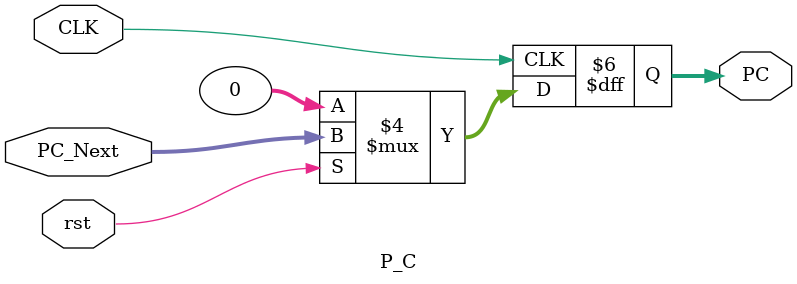
<source format=v>

module P_C(PC_Next, PC, rst, CLK);
    
    input [31:0] PC_Next;
    input CLK, rst;

    output reg [31:0] PC; // in verilog, by default input output is considered as -> wire. But to drive an output inside an always block, declare it as -> reg type.

    always @(posedge CLK)
        begin
            if(rst == 1'b0)
                begin
                    PC <= 32'h00000000;
                end
            else
                begin
                    PC <= PC_Next;
                end
        end

endmodule
</source>
